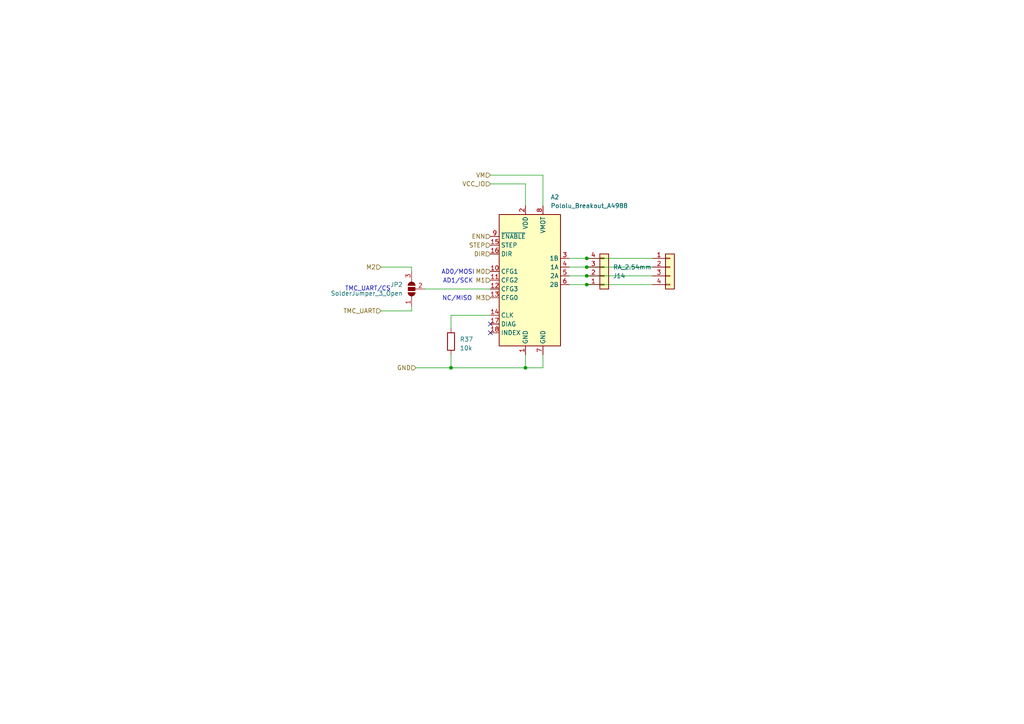
<source format=kicad_sch>
(kicad_sch (version 20250114) (generator "eeschema") (generator_version "9.0")
  (paper "A4")
  (lib_symbols
    (symbol "Connector_Generic:Conn_01x04" (pin_names (offset 1.016) (hide yes))
      (property "Reference" "J" (at 0 5.08 0))
      (property "Value" "Conn_01x04" (at 0 -7.62 0))
      (symbol "Conn_01x04_1_1"
        (rectangle (start -1.27 3.81) (end 1.27 -6.35) (stroke (width 0.254)) (fill (type background)))
        (rectangle (start -1.27 2.667) (end 0 2.413) (stroke (width 0.1524)))
        (rectangle (start -1.27 0.127) (end 0 -0.127) (stroke (width 0.1524)))
        (rectangle (start -1.27 -2.413) (end 0 -2.667) (stroke (width 0.1524)))
        (rectangle (start -1.27 -4.953) (end 0 -5.207) (stroke (width 0.1524)))
        (pin passive line (at -5.08 2.54 0) (length 3.81) (name "Pin_1") (number "1"))
        (pin passive line (at -5.08 0 0) (length 3.81) (name "Pin_2") (number "2"))
        (pin passive line (at -5.08 -2.54 0) (length 3.81) (name "Pin_3") (number "3"))
        (pin passive line (at -5.08 -5.08 0) (length 3.81) (name "Pin_4") (number "4"))
      )
    )
    (symbol "Device:R" (pin_numbers (hide yes)) (pin_names (offset 0))
      (property "Reference" "R" (at 2.032 0 90))
      (property "Value" "R" (at 0 0 90))
      (symbol "R_0_1"
        (rectangle (start -1.016 -2.54) (end 1.016 2.54) (stroke (width 0.254)))
      )
      (symbol "R_1_1"
        (pin passive line (at 0 3.81 270) (length 1.27) (name "~") (number "1"))
        (pin passive line (at 0 -3.81 90) (length 1.27) (name "~") (number "2"))
      )
    )
    (symbol "Driver_Motor:Pololu_Breakout_A4988"
      (property "Reference" "A1" (at 7.2741 20.32 0))
      (property "Value" "Pololu_Breakout_A4988" (at 7.2741 17.78 0))
      (symbol "Pololu_Breakout_A4988_0_1"
        (rectangle (start -7.62 15.24) (end 10.16 -22.86) (stroke (width 0.254)) (fill (type background)))
      )
      (symbol "Pololu_Breakout_A4988_1_1"
        (pin input line (at -10.16 8.89 0) (length 2.54) (name "~{ENABLE}") (number "9"))
        (pin input line (at -10.16 6.35 0) (length 2.54) (name "STEP") (number "15"))
        (pin input line (at -10.16 3.81 0) (length 2.54) (name "DIR") (number "16"))
        (pin input line (at -10.16 -1.27 0) (length 2.54) (name "CFG1") (number "10"))
        (pin input line (at -10.16 -3.81 0) (length 2.54) (name "CFG2") (number "11"))
        (pin input line (at -10.16 -6.35 0) (length 2.54) (name "CFG3") (number "12"))
        (pin input line (at -10.16 -8.89 0) (length 2.54) (name "CFG0") (number "13"))
        (pin input line (at -10.16 -13.97 0) (length 2.54) (name "CLK") (number "14"))
        (pin input line (at -10.16 -16.51 0) (length 2.54) (name "DIAG") (number "17"))
        (pin input line (at -10.16 -19.05 0) (length 2.54) (name "INDEX") (number "18"))
        (pin power_in line (at 0 17.78 270) (length 2.54) (name "VDD") (number "2"))
        (pin power_in line (at 0 -25.4 90) (length 2.54) (name "GND") (number "1"))
        (pin power_in line (at 5.08 17.78 270) (length 2.54) (name "VMOT") (number "8"))
        (pin power_in line (at 5.08 -25.4 90) (length 2.54) (name "GND") (number "7"))
        (pin output line (at 12.7 2.54 180) (length 2.54) (name "1B") (number "3"))
        (pin output line (at 12.7 0 180) (length 2.54) (name "1A") (number "4"))
        (pin output line (at 12.7 -2.54 180) (length 2.54) (name "2A") (number "5"))
        (pin output line (at 12.7 -5.08 180) (length 2.54) (name "2B") (number "6"))
      )
    )
    (symbol "Jumper:SolderJumper_3_Open" (pin_names (offset 0) (hide yes)) (exclude_from_sim yes) (in_bom no)
      (property "Reference" "JP" (at -2.54 -2.54 0))
      (property "Value" "SolderJumper_3_Open" (at 0 2.794 0))
      (symbol "SolderJumper_3_Open_0_1"
        (polyline (pts (xy -2.54 0) (xy -2.032 0)))
        (polyline (pts (xy -1.016 1.016) (xy -1.016 -1.016)))
        (arc (start -1.016 -1.016) (mid -2.0276 0) (end -1.016 1.016))
        (arc (start -1.016 -1.016) (mid -2.0276 0) (end -1.016 1.016) (fill (type outline)))
        (rectangle (start -0.508 1.016) (end 0.508 -1.016) (fill (type outline)))
        (polyline (pts (xy 0 -1.27) (xy 0 -1.016)))
        (arc (start 1.016 1.016) (mid 2.0276 0) (end 1.016 -1.016))
        (arc (start 1.016 1.016) (mid 2.0276 0) (end 1.016 -1.016) (fill (type outline)))
        (polyline (pts (xy 1.016 1.016) (xy 1.016 -1.016)))
        (polyline (pts (xy 2.54 0) (xy 2.032 0)))
      )
      (symbol "SolderJumper_3_Open_1_1"
        (pin passive line (at -5.08 0 0) (length 2.54) (name "A") (number "1"))
        (pin passive line (at 0 -3.81 90) (length 2.54) (name "C") (number "2"))
        (pin passive line (at 5.08 0 180) (length 2.54) (name "B") (number "3"))
      )
    )
  )
  (text "AD0/MOSI" (at 132.842 78.994 0) (effects (font (size 1.27 1.27))))
  (text "NC/MISO" (at 132.588 86.614 0) (effects (font (size 1.27 1.27))))
  (text "AD1/SCK" (at 132.842 81.534 0) (effects (font (size 1.27 1.27))))
  (text "TMC_UART/CS" (at 106.68 83.82 0) (effects (font (size 1.27 1.27))))
  (junction (at 152.4 106.68))
  (junction (at 170.18 74.93))
  (junction (at 130.81 106.68))
  (junction (at 170.18 82.55))
  (junction (at 170.18 80.01))
  (junction (at 170.18 77.47))
  (no_connect (at 142.24 96.52))
  (no_connect (at 142.24 93.98))
  (wire (pts (xy 165.1 80.01) (xy 170.18 80.01)))
  (wire (pts (xy 170.18 80.01) (xy 189.23 80.01)))
  (wire (pts (xy 123.19 83.82) (xy 142.24 83.82)))
  (wire (pts (xy 170.18 77.47) (xy 189.23 77.47)))
  (wire (pts (xy 119.38 90.17) (xy 119.38 88.9)))
  (wire (pts (xy 152.4 106.68) (xy 152.4 102.87)))
  (wire (pts (xy 120.65 106.68) (xy 130.81 106.68)))
  (wire (pts (xy 130.81 102.87) (xy 130.81 106.68)))
  (wire (pts (xy 170.18 82.55) (xy 189.23 82.55)))
  (wire (pts (xy 142.24 53.34) (xy 152.4 53.34)))
  (wire (pts (xy 142.24 50.8) (xy 157.48 50.8)))
  (wire (pts (xy 142.24 91.44) (xy 130.81 91.44)))
  (wire (pts (xy 110.49 90.17) (xy 119.38 90.17)))
  (wire (pts (xy 119.38 77.47) (xy 119.38 78.74)))
  (wire (pts (xy 165.1 74.93) (xy 170.18 74.93)))
  (wire (pts (xy 165.1 77.47) (xy 170.18 77.47)))
  (wire (pts (xy 152.4 106.68) (xy 157.48 106.68)))
  (wire (pts (xy 165.1 82.55) (xy 170.18 82.55)))
  (wire (pts (xy 170.18 74.93) (xy 189.23 74.93)))
  (wire (pts (xy 130.81 106.68) (xy 152.4 106.68)))
  (wire (pts (xy 157.48 50.8) (xy 157.48 59.69)))
  (wire (pts (xy 130.81 91.44) (xy 130.81 95.25)))
  (wire (pts (xy 152.4 53.34) (xy 152.4 59.69)))
  (wire (pts (xy 110.49 77.47) (xy 119.38 77.47)))
  (wire (pts (xy 157.48 106.68) (xy 157.48 102.87)))
  (hierarchical_label "M2" (shape input) (at 110.49 77.47 180))
  (hierarchical_label "GND" (shape input) (at 120.65 106.68 180))
  (hierarchical_label "M0" (shape input) (at 142.24 78.74 180))
  (hierarchical_label "DIR" (shape input) (at 142.24 73.66 180))
  (hierarchical_label "M3" (shape input) (at 142.24 86.36 180))
  (hierarchical_label "TMC_UART" (shape input) (at 110.49 90.17 180))
  (hierarchical_label "M1" (shape input) (at 142.24 81.28 180))
  (hierarchical_label "VCC_IO" (shape input) (at 142.24 53.34 180))
  (hierarchical_label "STEP" (shape input) (at 142.24 71.12 180))
  (hierarchical_label "VM" (shape input) (at 142.24 50.8 180))
  (hierarchical_label "ENN" (shape input) (at 142.24 68.58 180))
  (symbol (lib_id "Connector_Generic:Conn_01x04") (at 194.31 77.47 0) (unit 1)
    (property "Reference" "J11" (effects (hide yes)))
    (property "Value" "RA_2mm" (effects (hide yes)))
    (property "Footprint" "Connector_JST:JST_PH_B4B-PH-K_1x04_P2.00mm_Vertical" (effects (hide yes)))
    (property "Description" "Generic connector, single row, 01x04, script generated (kicad-library-utils/schlib/autogen/connector/)" (effects (hide yes)))
    (instances (project "" (path "" (reference "J12") (unit 1)) (path "" (reference "J11") (unit 1))))
  )
  (symbol (lib_id "Driver_Motor:Pololu_Breakout_A4988") (at 152.4 77.47 0) (unit 1)
    (property "Reference" "A1" (at 159.6741 57.15 0) (effects (justify left)))
    (property "Value" "Pololu_Breakout_A4988" (at 159.6741 59.69 0) (effects (justify left)))
    (property "Footprint" "myLib_THT:StepStick" (effects (hide yes)))
    (property "Datasheet" "https://www.pololu.com/product/2980/pictures" (effects (hide yes)))
    (property "Description" "Pololu Breakout Board, Stepper Driver A4988" (effects (hide yes)))
    (instances (project "" (path "" (reference "A2") (unit 1)) (path "" (reference "A1") (unit 1))))
  )
  (symbol (lib_id "Device:R") (at 130.81 99.06 180) (unit 1)
    (property "Reference" "R36" (at 133.35 98.425 0) (effects (justify right)))
    (property "Value" "10k" (at 133.35 100.965 0) (effects (justify right)))
    (property "Footprint" "Capacitor_SMD:C_0402_1005Metric" (effects (hide yes)))
    (instances (project "juwei17onstep" (path "" (reference "R37") (unit 1)) (path "" (reference "R36") (unit 1))))
  )
  (symbol (lib_id "Connector_Generic:Conn_01x04") (at 175.26 80.01 0) (mirror x) (unit 1)
    (property "Reference" "J13" (at 177.8 80.0101 0) (effects (justify left)))
    (property "Value" "RA_2.54mm" (at 177.8 77.4701 0) (effects (justify left)))
    (property "Footprint" "myLib_THT:JST_1x04_P2.54" (effects (hide yes)))
    (property "Description" "Generic connector, single row, 01x04, script generated (kicad-library-utils/schlib/autogen/connector/)" (effects (hide yes)))
    (instances (project "juwei17onstep" (path "" (reference "J14") (unit 1)) (path "" (reference "J13") (unit 1))))
  )
  (symbol (lib_id "Jumper:SolderJumper_3_Open") (at 119.38 83.82 90) (unit 1) (exclude_from_sim yes) (in_bom no)
    (property "Reference" "JP1" (at 116.84 82.5499 90) (effects (justify left)))
    (property "Value" "SolderJumper_3_Open" (at 116.84 85.0899 90) (effects (justify left)))
    (property "Footprint" "Connector_PinHeader_2.54mm:PinHeader_1x03_P2.54mm_Vertical" (effects (hide yes)))
    (property "Description" "Solder Jumper, 3-pole, open" (effects (hide yes)))
    (instances (project "" (path "" (reference "JP2") (unit 1)) (path "" (reference "JP1") (unit 1))))
  )
)
</source>
